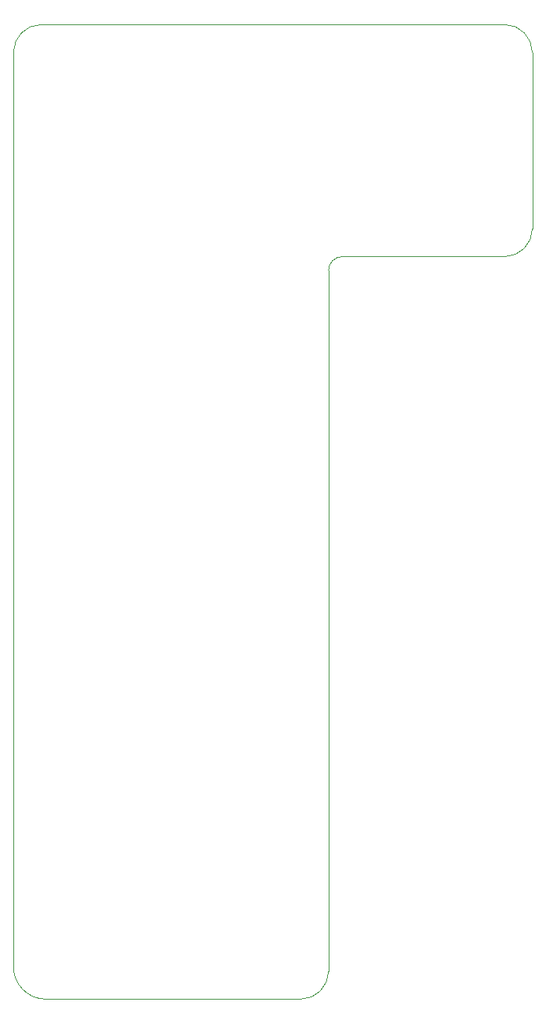
<source format=gbr>
%TF.GenerationSoftware,KiCad,Pcbnew,8.0.8*%
%TF.CreationDate,2025-02-19T21:26:12+01:00*%
%TF.ProjectId,x68030_scsi,78363830-3330-45f7-9363-73692e6b6963,rev?*%
%TF.SameCoordinates,Original*%
%TF.FileFunction,Profile,NP*%
%FSLAX46Y46*%
G04 Gerber Fmt 4.6, Leading zero omitted, Abs format (unit mm)*
G04 Created by KiCad (PCBNEW 8.0.8) date 2025-02-19 21:26:12*
%MOMM*%
%LPD*%
G01*
G04 APERTURE LIST*
%TA.AperFunction,Profile*%
%ADD10C,0.100000*%
%TD*%
G04 APERTURE END LIST*
D10*
X33000000Y-70000000D02*
X83000000Y-70000000D01*
X30000000Y-73000000D02*
X30000000Y-171500000D01*
X83000000Y-70000000D02*
G75*
G02*
X86000000Y-73000000I0J-3000000D01*
G01*
X86000000Y-92000000D02*
G75*
G02*
X83000000Y-95000000I-3000000J0D01*
G01*
X86000000Y-92000000D02*
X86000000Y-73000000D01*
X65500000Y-95000000D02*
X83000000Y-95000000D01*
X64000000Y-172000000D02*
X64000000Y-96500000D01*
X33500000Y-175000000D02*
G75*
G02*
X30000000Y-171500000I0J3500000D01*
G01*
X33500000Y-175000000D02*
X61000000Y-175000000D01*
X64000000Y-96500000D02*
G75*
G02*
X65500000Y-95000000I1500000J0D01*
G01*
X30000000Y-73000000D02*
G75*
G02*
X33000000Y-70000000I3000000J0D01*
G01*
X64000000Y-172000000D02*
G75*
G02*
X61000000Y-175000000I-3000000J0D01*
G01*
M02*

</source>
